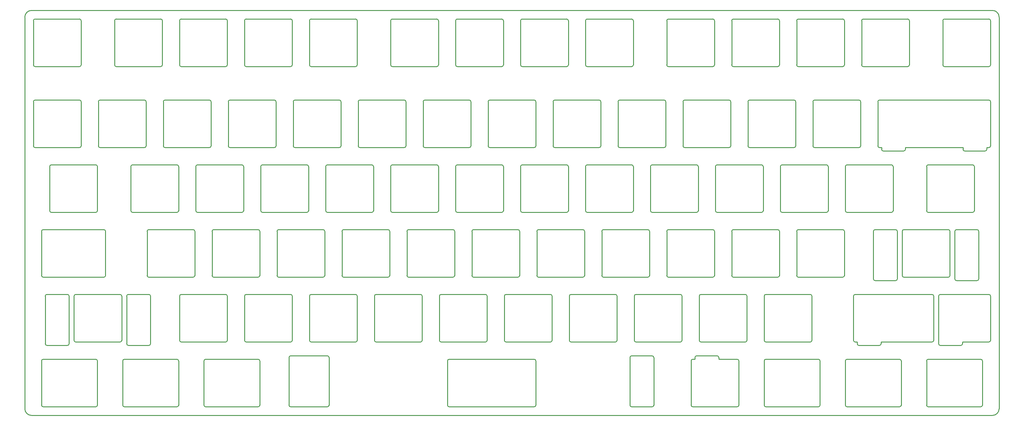
<source format=gm1>
G04 #@! TF.GenerationSoftware,KiCad,Pcbnew,(5.1.4)-1*
G04 #@! TF.CreationDate,2021-11-15T23:14:35+08:00*
G04 #@! TF.ProjectId,bakeneko70-plate,62616b65-6e65-46b6-9f37-302d706c6174,rev?*
G04 #@! TF.SameCoordinates,Original*
G04 #@! TF.FileFunction,Profile,NP*
%FSLAX46Y46*%
G04 Gerber Fmt 4.6, Leading zero omitted, Abs format (unit mm)*
G04 Created by KiCad (PCBNEW (5.1.4)-1) date 2021-11-15 23:14:35*
%MOMM*%
%LPD*%
G04 APERTURE LIST*
%ADD10C,0.250000*%
G04 APERTURE END LIST*
D10*
X104130001Y-65928500D02*
X104130000Y-78928500D01*
X103630001Y-65428500D02*
G75*
G02X104130001Y-65928500I0J-500000D01*
G01*
X90630000Y-65428500D02*
X103630001Y-65428500D01*
X90130000Y-65928500D02*
G75*
G02X90630000Y-65428500I500000J0D01*
G01*
X90130000Y-78928500D02*
X90130001Y-65928500D01*
X90629999Y-79428501D02*
G75*
G02X90130000Y-78928500I1J500000D01*
G01*
X103630001Y-79428500D02*
X90630000Y-79428501D01*
X104129999Y-78928500D02*
G75*
G02X103630001Y-79428500I-499999J-1D01*
G01*
X147780000Y-79428500D02*
G75*
G02X147280000Y-78928500I0J500000D01*
G01*
X147280000Y-65928500D02*
X147280000Y-78928500D01*
X147280000Y-65928500D02*
G75*
G02X147780000Y-65428500I500000J0D01*
G01*
X160780000Y-65428500D02*
X147780000Y-65428500D01*
X160780000Y-65428500D02*
G75*
G02X161280000Y-65928500I0J-500000D01*
G01*
X161280000Y-78928500D02*
X161280000Y-65928500D01*
X161280000Y-78928500D02*
G75*
G02X160780000Y-79428500I-500000J0D01*
G01*
X147780000Y-79428500D02*
X160780000Y-79428500D01*
X141730000Y-65428500D02*
G75*
G02X142230000Y-65928500I0J-500000D01*
G01*
X142230000Y-78928500D02*
X142230000Y-65928500D01*
X142230000Y-78928500D02*
G75*
G02X141730000Y-79428500I-500000J0D01*
G01*
X128730001Y-79428501D02*
X141730000Y-79428500D01*
X128729999Y-79428501D02*
G75*
G02X128230000Y-78928500I1J500000D01*
G01*
X128230001Y-65928500D02*
X128230000Y-78928500D01*
X128230001Y-65928500D02*
G75*
G02X128730001Y-65428500I500000J0D01*
G01*
X141730000Y-65428500D02*
X128730001Y-65428500D01*
X266342499Y-65928499D02*
G75*
G02X266842500Y-65428500I500000J-1D01*
G01*
X279842500Y-65428500D02*
X266842500Y-65428500D01*
X279842500Y-65428500D02*
G75*
G02X280342500Y-65928500I0J-500000D01*
G01*
X280342500Y-78928500D02*
X280342500Y-65928500D01*
X280342499Y-78928501D02*
G75*
G02X279842500Y-79428500I-499999J0D01*
G01*
X266842500Y-79428500D02*
X279842500Y-79428500D01*
X266842499Y-79428500D02*
G75*
G02X266342499Y-78928500I0J500000D01*
G01*
X266342499Y-65928500D02*
X266342499Y-78928500D01*
X185880000Y-65428500D02*
X198880000Y-65428500D01*
X185380000Y-65928500D02*
G75*
G02X185880000Y-65428500I500000J0D01*
G01*
X185380000Y-78928500D02*
X185380000Y-65928500D01*
X185879999Y-79428501D02*
G75*
G02X185380000Y-78928500I1J500000D01*
G01*
X198880000Y-79428500D02*
X185880000Y-79428501D01*
X199380000Y-78928500D02*
G75*
G02X198880000Y-79428500I-500000J0D01*
G01*
X199380000Y-65928500D02*
X199380000Y-78928500D01*
X198880000Y-65428500D02*
G75*
G02X199380000Y-65928500I0J-500000D01*
G01*
X185092500Y-84978500D02*
X185092500Y-97978499D01*
X184592500Y-84478500D02*
G75*
G02X185092500Y-84978500I0J-500000D01*
G01*
X171592500Y-84478500D02*
X184592500Y-84478500D01*
X171092500Y-84978500D02*
G75*
G02X171592500Y-84478500I500000J0D01*
G01*
X171092500Y-97978499D02*
X171092500Y-84978500D01*
X171592500Y-98478499D02*
G75*
G02X171092500Y-97978499I0J500000D01*
G01*
X184592500Y-98478499D02*
X171592500Y-98478499D01*
X185092500Y-97978499D02*
G75*
G02X184592500Y-98478499I-500000J0D01*
G01*
X179829999Y-65428500D02*
G75*
G02X180329999Y-65928500I0J-500000D01*
G01*
X180329999Y-78928500D02*
X180329999Y-65928500D01*
X180329999Y-78928500D02*
G75*
G02X179829999Y-79428500I-500000J0D01*
G01*
X166830000Y-79428500D02*
X179829999Y-79428500D01*
X166830000Y-79428500D02*
G75*
G02X166330000Y-78928500I0J500000D01*
G01*
X166330000Y-65928500D02*
X166330000Y-78928500D01*
X166330000Y-65928500D02*
G75*
G02X166830000Y-65428500I500000J0D01*
G01*
X179829999Y-65428500D02*
X166830000Y-65428500D01*
X37742500Y-84978500D02*
G75*
G02X38242500Y-84478500I500000J0D01*
G01*
X51242501Y-84478500D02*
X38242500Y-84478500D01*
X51242500Y-84478500D02*
G75*
G02X51742500Y-84978500I0J-500000D01*
G01*
X51742501Y-97978499D02*
X51742500Y-84978500D01*
X51742500Y-97978499D02*
G75*
G02X51242500Y-98478499I-500000J0D01*
G01*
X38242500Y-98478499D02*
X51242500Y-98478499D01*
X38242500Y-98478499D02*
G75*
G02X37742500Y-97978499I0J500000D01*
G01*
X37742500Y-84978500D02*
X37742500Y-97978499D01*
X252555000Y-46378500D02*
X284605000Y-46378500D01*
X252055000Y-46878500D02*
G75*
G02X252555000Y-46378500I500000J0D01*
G01*
X252055000Y-59878500D02*
X252055000Y-46878500D01*
X252555000Y-60378500D02*
G75*
G02X252055000Y-59878500I0J500000D01*
G01*
X253142000Y-60378500D02*
X252555000Y-60378500D01*
X253142000Y-60878500D02*
X253142000Y-60378500D01*
X253642000Y-61378500D02*
G75*
G02X253142000Y-60878500I0J500000D01*
G01*
X259642000Y-61378500D02*
X253642000Y-61378500D01*
X260142000Y-60878500D02*
G75*
G02X259642000Y-61378500I-500000J0D01*
G01*
X260142000Y-60378500D02*
X260142000Y-60878500D01*
X277018000Y-60378500D02*
X260142000Y-60378500D01*
X277018000Y-60878500D02*
X277018000Y-60378500D01*
X277518000Y-61378500D02*
G75*
G02X277018000Y-60878500I0J500000D01*
G01*
X283517999Y-61378500D02*
X277518000Y-61378500D01*
X284017999Y-60878500D02*
G75*
G02X283517999Y-61378500I-500000J0D01*
G01*
X284017999Y-60378500D02*
X284017999Y-60878500D01*
X284605000Y-60378500D02*
X284017999Y-60378500D01*
X285105000Y-59878500D02*
G75*
G02X284605000Y-60378500I-500000J0D01*
G01*
X285105000Y-46878500D02*
X285105000Y-59878500D01*
X284605000Y-46378500D02*
G75*
G02X285105000Y-46878500I0J-500000D01*
G01*
X256530000Y-78928500D02*
G75*
G02X256030000Y-79428500I-500000J0D01*
G01*
X243030000Y-79428500D02*
X256030000Y-79428500D01*
X243030000Y-79428500D02*
G75*
G02X242530000Y-78928500I0J500000D01*
G01*
X242530000Y-65928500D02*
X242530000Y-78928500D01*
X242530000Y-65928500D02*
G75*
G02X243030000Y-65428500I500000J0D01*
G01*
X256030000Y-65428500D02*
X243030000Y-65428500D01*
X256030000Y-65428500D02*
G75*
G02X256530000Y-65928500I0J-500000D01*
G01*
X256530000Y-78928500D02*
X256530000Y-65928500D01*
X237480000Y-65928500D02*
X237480000Y-78928500D01*
X236980000Y-65428500D02*
G75*
G02X237480000Y-65928500I0J-500000D01*
G01*
X223980000Y-65428500D02*
X236980000Y-65428500D01*
X223480000Y-65928500D02*
G75*
G02X223980000Y-65428500I500000J0D01*
G01*
X223480000Y-78928500D02*
X223480000Y-65928500D01*
X223979999Y-79428501D02*
G75*
G02X223480000Y-78928500I1J500000D01*
G01*
X236980000Y-79428500D02*
X223980000Y-79428501D01*
X237480000Y-78928500D02*
G75*
G02X236980000Y-79428500I-500000J0D01*
G01*
X22667501Y-79428500D02*
X9667500Y-79428501D01*
X23167499Y-78928500D02*
G75*
G02X22667501Y-79428500I-499999J-1D01*
G01*
X23167500Y-65928500D02*
X23167500Y-78928500D01*
X22667501Y-65428501D02*
G75*
G02X23167500Y-65928500I0J-499999D01*
G01*
X9667500Y-65428500D02*
X22667500Y-65428500D01*
X9167500Y-65928500D02*
G75*
G02X9667500Y-65428500I500000J0D01*
G01*
X9167500Y-78928500D02*
X9167500Y-65928500D01*
X9667501Y-79428501D02*
G75*
G02X9167500Y-78928500I0J500001D01*
G01*
X85080001Y-78928500D02*
G75*
G02X84580001Y-79428500I-500000J0D01*
G01*
X71580001Y-79428500D02*
X84580001Y-79428500D01*
X71580001Y-79428500D02*
G75*
G02X71080001Y-78928500I0J500000D01*
G01*
X71080001Y-65928500D02*
X71080001Y-78928500D01*
X71080001Y-65928500D02*
G75*
G02X71580001Y-65428500I500000J0D01*
G01*
X84580001Y-65428500D02*
X71580001Y-65428500D01*
X84580001Y-65428500D02*
G75*
G02X85080001Y-65928500I0J-500000D01*
G01*
X85080001Y-78928500D02*
X85080001Y-65928500D01*
X109180000Y-65928499D02*
G75*
G02X109680001Y-65428500I500000J-1D01*
G01*
X122680000Y-65428500D02*
X109680001Y-65428500D01*
X122680000Y-65428499D02*
G75*
G02X123180001Y-65928500I0J-500001D01*
G01*
X123180001Y-78928500D02*
X123180001Y-65928500D01*
X123180001Y-78928501D02*
G75*
G02X122680000Y-79428500I-500000J1D01*
G01*
X109680001Y-79428501D02*
X122680000Y-79428500D01*
X109680001Y-79428501D02*
G75*
G02X109180000Y-78928500I0J500001D01*
G01*
X109180000Y-65928500D02*
X109180000Y-78928500D01*
X204430000Y-78928500D02*
X204430000Y-65928500D01*
X204929999Y-79428501D02*
G75*
G02X204430000Y-78928500I1J500000D01*
G01*
X217930000Y-79428500D02*
X204930000Y-79428501D01*
X218429999Y-78928501D02*
G75*
G02X217930000Y-79428500I-499999J0D01*
G01*
X218430000Y-65928500D02*
X218430000Y-78928500D01*
X217930000Y-65428500D02*
G75*
G02X218430000Y-65928500I0J-500000D01*
G01*
X204930000Y-65428500D02*
X217930000Y-65428500D01*
X204430000Y-65928500D02*
G75*
G02X204930000Y-65428500I500000J0D01*
G01*
X146992500Y-97978499D02*
G75*
G02X146492500Y-98478499I-500000J0D01*
G01*
X133492501Y-98478499D02*
X146492500Y-98478499D01*
X133492501Y-98478499D02*
G75*
G02X132992501Y-97978499I0J500000D01*
G01*
X132992501Y-84978500D02*
X132992501Y-97978499D01*
X132992501Y-84978500D02*
G75*
G02X133492501Y-84478500I500000J0D01*
G01*
X146492500Y-84478500D02*
X133492501Y-84478500D01*
X146492500Y-84478500D02*
G75*
G02X146992500Y-84978500I0J-500000D01*
G01*
X146992500Y-97978499D02*
X146992500Y-84978500D01*
X25548751Y-97978500D02*
G75*
G02X25048750Y-98478499I-500000J1D01*
G01*
X7286250Y-98478499D02*
X25048750Y-98478499D01*
X7286250Y-98478499D02*
G75*
G02X6786250Y-97978499I0J500000D01*
G01*
X6786250Y-84978500D02*
X6786250Y-97978499D01*
X6786250Y-84978500D02*
G75*
G02X7286250Y-84478500I500000J0D01*
G01*
X25048750Y-84478500D02*
X7286250Y-84478500D01*
X25048751Y-84478501D02*
G75*
G02X25548750Y-84978500I0J-499999D01*
G01*
X25548750Y-97978499D02*
X25548750Y-84978500D01*
X166042500Y-97978499D02*
G75*
G02X165542500Y-98478499I-500000J0D01*
G01*
X152542500Y-98478499D02*
X165542500Y-98478499D01*
X152542499Y-98478499D02*
G75*
G02X152042499Y-97978499I0J500000D01*
G01*
X152042499Y-84978500D02*
X152042499Y-97978499D01*
X152042499Y-84978499D02*
G75*
G02X152542500Y-84478500I500000J-1D01*
G01*
X165542500Y-84478500D02*
X152542500Y-84478500D01*
X165542500Y-84478500D02*
G75*
G02X166042500Y-84978500I0J-500000D01*
G01*
X166042500Y-97978499D02*
X166042500Y-84978500D01*
X70792500Y-97978499D02*
G75*
G02X70292500Y-98478499I-500000J0D01*
G01*
X57292501Y-98478499D02*
X70292500Y-98478499D01*
X57292500Y-98478499D02*
G75*
G02X56792500Y-97978499I0J500000D01*
G01*
X56792500Y-84978500D02*
X56792500Y-97978499D01*
X56792500Y-84978500D02*
G75*
G02X57292500Y-84478500I500000J0D01*
G01*
X70292500Y-84478500D02*
X57292500Y-84478500D01*
X70292500Y-84478500D02*
G75*
G02X70792500Y-84978500I0J-500000D01*
G01*
X70792500Y-97978499D02*
X70792500Y-84978500D01*
X79348751Y-122078499D02*
G75*
G02X79848751Y-121578499I500000J0D01*
G01*
X90605000Y-121578499D02*
X79848751Y-121578499D01*
X90605001Y-121578499D02*
G75*
G02X91105001Y-122078499I0J-500000D01*
G01*
X91105001Y-136078499D02*
X91105001Y-122078499D01*
X91105000Y-136078501D02*
G75*
G02X90605000Y-136578499I-499999J1D01*
G01*
X79848751Y-136578499D02*
X90605000Y-136578499D01*
X79848750Y-136578499D02*
G75*
G02X79348750Y-136078499I0J500000D01*
G01*
X79348750Y-122078499D02*
X79348750Y-136078499D01*
X243030000Y-136578499D02*
G75*
G02X242530000Y-136078499I0J500000D01*
G01*
X242530000Y-123078499D02*
X242530000Y-136078499D01*
X242530000Y-123078499D02*
G75*
G02X243030000Y-122578499I500000J0D01*
G01*
X258411250Y-122578499D02*
X243030000Y-122578499D01*
X258411250Y-122578499D02*
G75*
G02X258911250Y-123078499I0J-500000D01*
G01*
X258911250Y-136078499D02*
X258911250Y-123078499D01*
X258911250Y-136078499D02*
G75*
G02X258411250Y-136578499I-500000J0D01*
G01*
X243030000Y-136578499D02*
X258411250Y-136578499D01*
X14373250Y-103528500D02*
G75*
G02X14873251Y-104028499I1J-500000D01*
G01*
X14873250Y-118028499D02*
X14873251Y-104028499D01*
X14873250Y-118028499D02*
G75*
G02X14373250Y-118528499I-500000J0D01*
G01*
X8373251Y-118528499D02*
X14373250Y-118528499D01*
X8373251Y-118528500D02*
G75*
G02X7873250Y-118028499I0J500001D01*
G01*
X7873250Y-104028499D02*
X7873250Y-118028499D01*
X7873250Y-104028500D02*
G75*
G02X8373251Y-103528499I500001J0D01*
G01*
X14373250Y-103528499D02*
X8373251Y-103528499D01*
X282223750Y-136578499D02*
X266842500Y-136578500D01*
X282723750Y-136078499D02*
G75*
G02X282223750Y-136578499I-500000J0D01*
G01*
X282723750Y-123078499D02*
X282723750Y-136078499D01*
X282223750Y-122578499D02*
G75*
G02X282723750Y-123078499I0J-500000D01*
G01*
X266842500Y-122578499D02*
X282223750Y-122578499D01*
X266342498Y-123078499D02*
G75*
G02X266842500Y-122578499I500001J-1D01*
G01*
X266342499Y-136078499D02*
X266342499Y-123078499D01*
X266842499Y-136578499D02*
G75*
G02X266342499Y-136078499I0J500000D01*
G01*
X136967501Y-117528500D02*
X123967501Y-117528500D01*
X137467502Y-117028499D02*
G75*
G02X136967501Y-117528500I-500001J0D01*
G01*
X137467501Y-104028499D02*
X137467501Y-117028499D01*
X136967501Y-103528499D02*
G75*
G02X137467501Y-104028499I0J-500000D01*
G01*
X123967501Y-103528499D02*
X136967501Y-103528499D01*
X123467501Y-104028499D02*
G75*
G02X123967501Y-103528499I500000J0D01*
G01*
X123467501Y-117028499D02*
X123467501Y-104028499D01*
X123967501Y-117528499D02*
G75*
G02X123467501Y-117028499I0J500000D01*
G01*
X104417500Y-117028499D02*
X104417500Y-104028499D01*
X104917500Y-117528499D02*
G75*
G02X104417500Y-117028499I0J500000D01*
G01*
X117917500Y-117528500D02*
X104917501Y-117528499D01*
X118417501Y-117028499D02*
G75*
G02X117917500Y-117528500I-500001J0D01*
G01*
X118417501Y-104028499D02*
X118417501Y-117028499D01*
X117917500Y-103528498D02*
G75*
G02X118417501Y-104028499I0J-500001D01*
G01*
X104917501Y-103528499D02*
X117917500Y-103528499D01*
X104417500Y-104028498D02*
G75*
G02X104917501Y-103528499I500000J-1D01*
G01*
X142517500Y-104028499D02*
G75*
G02X143017500Y-103528499I500000J0D01*
G01*
X156017500Y-103528499D02*
X143017500Y-103528499D01*
X156017500Y-103528499D02*
G75*
G02X156517500Y-104028499I0J-500000D01*
G01*
X156517500Y-117028499D02*
X156517500Y-104028499D01*
X156517501Y-117028499D02*
G75*
G02X156017500Y-117528500I-500001J0D01*
G01*
X143017500Y-117528500D02*
X156017500Y-117528500D01*
X143017500Y-117528499D02*
G75*
G02X142517500Y-117028499I0J500000D01*
G01*
X142517500Y-104028499D02*
X142517500Y-117028499D01*
X85867500Y-103528499D02*
X98867500Y-103528499D01*
X85367500Y-104028499D02*
G75*
G02X85867500Y-103528499I500000J0D01*
G01*
X85367500Y-117028499D02*
X85367500Y-104028499D01*
X85867500Y-117528499D02*
G75*
G02X85367500Y-117028499I0J500000D01*
G01*
X98867500Y-117528500D02*
X85867500Y-117528499D01*
X99367502Y-117028500D02*
G75*
G02X98867500Y-117528500I-500001J1D01*
G01*
X99367501Y-104028499D02*
X99367501Y-117028499D01*
X98867501Y-103528499D02*
G75*
G02X99367501Y-104028499I0J-500000D01*
G01*
X47267500Y-117028499D02*
X47267500Y-104028499D01*
X47767500Y-117528499D02*
G75*
G02X47267500Y-117028499I0J500000D01*
G01*
X60767500Y-117528500D02*
X47767501Y-117528499D01*
X61267501Y-117028499D02*
G75*
G02X60767500Y-117528500I-500001J0D01*
G01*
X61267500Y-104028499D02*
X61267501Y-117028499D01*
X60767500Y-103528499D02*
G75*
G02X61267500Y-104028499I0J-500000D01*
G01*
X47767500Y-103528499D02*
X60767501Y-103528499D01*
X47267500Y-104028501D02*
G75*
G02X47767500Y-103528499I500001J1D01*
G01*
X31749250Y-104028499D02*
G75*
G02X32249250Y-103528499I500000J0D01*
G01*
X38249251Y-103528499D02*
X32249250Y-103528499D01*
X38249250Y-103528499D02*
G75*
G02X38749250Y-104028499I0J-500000D01*
G01*
X38749251Y-118028499D02*
X38749250Y-104028499D01*
X38749250Y-118028499D02*
G75*
G02X38249250Y-118528499I-500000J0D01*
G01*
X32249250Y-118528499D02*
X38249250Y-118528499D01*
X32249249Y-118528500D02*
G75*
G02X31749250Y-118028499I1J500000D01*
G01*
X31749250Y-104028499D02*
X31749250Y-118028499D01*
X66817499Y-117528500D02*
G75*
G02X66317500Y-117028499I1J500000D01*
G01*
X66317500Y-104028499D02*
X66317500Y-117028499D01*
X66317500Y-104028499D02*
G75*
G02X66817500Y-103528499I500000J0D01*
G01*
X79817500Y-103528499D02*
X66817500Y-103528499D01*
X79817501Y-103528499D02*
G75*
G02X80317501Y-104028499I0J-500000D01*
G01*
X80317501Y-117028499D02*
X80317501Y-104028499D01*
X80317502Y-117028500D02*
G75*
G02X79817500Y-117528500I-500001J1D01*
G01*
X66817500Y-117528500D02*
X79817500Y-117528500D01*
X200167499Y-103528499D02*
X213167500Y-103528499D01*
X199667499Y-104028499D02*
G75*
G02X200167499Y-103528499I500000J0D01*
G01*
X199667499Y-117028499D02*
X199667499Y-104028499D01*
X200167499Y-117528499D02*
G75*
G02X199667499Y-117028499I0J500000D01*
G01*
X213167500Y-117528500D02*
X200167499Y-117528499D01*
X213667501Y-117028499D02*
G75*
G02X213167500Y-117528500I-500001J0D01*
G01*
X213667500Y-104028499D02*
X213667500Y-117028499D01*
X213167500Y-103528499D02*
G75*
G02X213667500Y-104028499I0J-500000D01*
G01*
X161567500Y-117028499D02*
X161567500Y-104028499D01*
X162067500Y-117528499D02*
G75*
G02X161567500Y-117028499I0J500000D01*
G01*
X175067500Y-117528500D02*
X162067500Y-117528499D01*
X175567501Y-117028499D02*
G75*
G02X175067500Y-117528500I-500001J0D01*
G01*
X175567500Y-104028499D02*
X175567500Y-117028499D01*
X175067500Y-103528499D02*
G75*
G02X175567500Y-104028499I0J-500000D01*
G01*
X162067500Y-103528499D02*
X175067500Y-103528499D01*
X161567500Y-104028499D02*
G75*
G02X162067500Y-103528499I500000J0D01*
G01*
X70292500Y-122578499D02*
G75*
G02X70792500Y-123078499I0J-500000D01*
G01*
X70792500Y-136078499D02*
X70792500Y-123078499D01*
X70792500Y-136078501D02*
G75*
G02X70292500Y-136578499I-499999J1D01*
G01*
X54911250Y-136578499D02*
X70292500Y-136578499D01*
X54911249Y-136578500D02*
G75*
G02X54411250Y-136078499I1J500000D01*
G01*
X54411250Y-123078499D02*
X54411250Y-136078499D01*
X54411250Y-123078501D02*
G75*
G02X54911250Y-122578499I500001J1D01*
G01*
X70292500Y-122578499D02*
X54911250Y-122578499D01*
X232717500Y-104028499D02*
X232717500Y-117028499D01*
X232217500Y-103528499D02*
G75*
G02X232717500Y-104028499I0J-500000D01*
G01*
X219217500Y-103528499D02*
X232217500Y-103528499D01*
X218717500Y-104028499D02*
G75*
G02X219217500Y-103528499I500000J0D01*
G01*
X218717500Y-117028499D02*
X218717500Y-104028499D01*
X219217500Y-117528499D02*
G75*
G02X218717500Y-117028499I0J500000D01*
G01*
X232217500Y-117528500D02*
X219217500Y-117528499D01*
X232717501Y-117028499D02*
G75*
G02X232217500Y-117528500I-500001J0D01*
G01*
X245411250Y-103528499D02*
X267936250Y-103528499D01*
X244911250Y-104028499D02*
G75*
G02X245411250Y-103528499I500000J0D01*
G01*
X244911250Y-117028499D02*
X244911250Y-104028499D01*
X245411250Y-117528499D02*
G75*
G02X244911250Y-117028499I0J500000D01*
G01*
X245998250Y-117528500D02*
X245411250Y-117528499D01*
X245998250Y-118028499D02*
X245998250Y-117528500D01*
X246498250Y-118528499D02*
G75*
G02X245998250Y-118028499I0J500000D01*
G01*
X252498250Y-118528499D02*
X246498250Y-118528499D01*
X252998250Y-118028499D02*
G75*
G02X252498250Y-118528499I-500000J0D01*
G01*
X252998250Y-117528500D02*
X252998250Y-118028499D01*
X267936250Y-117528500D02*
X252998250Y-117528500D01*
X268436251Y-117028499D02*
G75*
G02X267936250Y-117528500I-500001J0D01*
G01*
X268436250Y-104028499D02*
X268436250Y-117028499D01*
X267936250Y-103528499D02*
G75*
G02X268436250Y-104028499I0J-500000D01*
G01*
X179848750Y-121578499D02*
X185848750Y-121578499D01*
X179348750Y-122078499D02*
G75*
G02X179848750Y-121578499I500000J0D01*
G01*
X179348749Y-136078499D02*
X179348749Y-122078499D01*
X179848749Y-136578499D02*
G75*
G02X179348749Y-136078499I0J500000D01*
G01*
X185848750Y-136578499D02*
X179848750Y-136578500D01*
X186348749Y-136078500D02*
G75*
G02X185848750Y-136578499I-499999J0D01*
G01*
X186348750Y-122078499D02*
X186348750Y-136078499D01*
X185848750Y-121578499D02*
G75*
G02X186348750Y-122078499I0J-500000D01*
G01*
X180617500Y-104028499D02*
G75*
G02X181117500Y-103528499I500000J0D01*
G01*
X194117500Y-103528499D02*
X181117500Y-103528499D01*
X194117500Y-103528499D02*
G75*
G02X194617500Y-104028499I0J-500000D01*
G01*
X194617500Y-117028499D02*
X194617500Y-104028499D01*
X194617501Y-117028499D02*
G75*
G02X194117500Y-117528500I-500001J0D01*
G01*
X181117500Y-117528500D02*
X194117500Y-117528500D01*
X181117500Y-117528499D02*
G75*
G02X180617500Y-117028499I0J500000D01*
G01*
X180617500Y-104028499D02*
X180617500Y-117028499D01*
X31098750Y-136578499D02*
G75*
G02X30598750Y-136078499I0J500000D01*
G01*
X30598750Y-123078499D02*
X30598750Y-136078499D01*
X30598749Y-123078500D02*
G75*
G02X31098750Y-122578499I500001J0D01*
G01*
X46480000Y-122578499D02*
X31098750Y-122578499D01*
X46480000Y-122578499D02*
G75*
G02X46980000Y-123078499I0J-500000D01*
G01*
X46980001Y-136078499D02*
X46980000Y-123078499D01*
X46980000Y-136078499D02*
G75*
G02X46480000Y-136578499I-500000J0D01*
G01*
X31098750Y-136578499D02*
X46480000Y-136578499D01*
X151254998Y-122578499D02*
G75*
G02X151755000Y-123078499I1J-500001D01*
G01*
X151755000Y-136078499D02*
X151755000Y-123078499D01*
X151755000Y-136078500D02*
G75*
G02X151254999Y-136578499I-500000J1D01*
G01*
X126348751Y-136578499D02*
X151254999Y-136578499D01*
X126348750Y-136578499D02*
G75*
G02X125848750Y-136078499I0J500000D01*
G01*
X125848750Y-123078499D02*
X125848750Y-136078499D01*
X125848750Y-123078500D02*
G75*
G02X126348751Y-122578499I500001J0D01*
G01*
X151254999Y-122578499D02*
X126348751Y-122578499D01*
X276874250Y-118028499D02*
G75*
G02X276374250Y-118528499I-500000J0D01*
G01*
X270374250Y-118528499D02*
X276374250Y-118528499D01*
X270374250Y-118528499D02*
G75*
G02X269874250Y-118028499I0J500000D01*
G01*
X269874250Y-104028499D02*
X269874250Y-118028499D01*
X269874250Y-104028499D02*
G75*
G02X270374250Y-103528499I500000J0D01*
G01*
X284605000Y-103528499D02*
X270374250Y-103528499D01*
X284605000Y-103528499D02*
G75*
G02X285105000Y-104028499I0J-500000D01*
G01*
X285105000Y-117028499D02*
X285105000Y-104028499D01*
X285105001Y-117028499D02*
G75*
G02X284605000Y-117528500I-500001J0D01*
G01*
X276874250Y-117528500D02*
X284605000Y-117528500D01*
X276874250Y-118028499D02*
X276874250Y-117528500D01*
X6786250Y-136078499D02*
X6786250Y-123078499D01*
X7286250Y-136578499D02*
G75*
G02X6786250Y-136078499I0J500000D01*
G01*
X22667501Y-136578499D02*
X7286250Y-136578499D01*
X23167500Y-136078498D02*
G75*
G02X22667501Y-136578499I-500000J-1D01*
G01*
X23167500Y-123078499D02*
X23167500Y-136078499D01*
X22667501Y-122578500D02*
G75*
G02X23167500Y-123078499I0J-499999D01*
G01*
X7286250Y-122578499D02*
X22667500Y-122578500D01*
X6786250Y-123078501D02*
G75*
G02X7286250Y-122578499I500001J1D01*
G01*
X114442501Y-98478499D02*
G75*
G02X113942501Y-97978499I0J500000D01*
G01*
X113942501Y-84978500D02*
X113942501Y-97978499D01*
X113942501Y-84978500D02*
G75*
G02X114442501Y-84478500I500000J0D01*
G01*
X127442501Y-84478500D02*
X114442501Y-84478500D01*
X127442501Y-84478500D02*
G75*
G02X127942501Y-84978500I0J-500000D01*
G01*
X127942501Y-97978499D02*
X127942501Y-84978500D01*
X127942501Y-97978499D02*
G75*
G02X127442501Y-98478499I-500000J0D01*
G01*
X114442501Y-98478499D02*
X127442501Y-98478499D01*
X108892501Y-84978500D02*
X108892501Y-97978499D01*
X108392500Y-84478499D02*
G75*
G02X108892501Y-84978500I0J-500001D01*
G01*
X95392500Y-84478500D02*
X108392501Y-84478500D01*
X94892501Y-84978501D02*
G75*
G02X95392500Y-84478500I500000J1D01*
G01*
X94892500Y-97978499D02*
X94892501Y-84978500D01*
X95392500Y-98478499D02*
G75*
G02X94892500Y-97978499I0J500000D01*
G01*
X108392501Y-98478499D02*
X95392500Y-98478499D01*
X108892501Y-97978499D02*
G75*
G02X108392501Y-98478499I-500000J0D01*
G01*
X75842501Y-84978500D02*
G75*
G02X76342501Y-84478500I500000J0D01*
G01*
X89342501Y-84478500D02*
X76342501Y-84478500D01*
X89342501Y-84478500D02*
G75*
G02X89842501Y-84978500I0J-500000D01*
G01*
X89842501Y-97978499D02*
X89842501Y-84978500D01*
X89842501Y-97978499D02*
G75*
G02X89342501Y-98478499I-500000J0D01*
G01*
X76342501Y-98478499D02*
X89342501Y-98478499D01*
X76342501Y-98478499D02*
G75*
G02X75842501Y-97978499I0J500000D01*
G01*
X75842501Y-84978500D02*
X75842501Y-97978499D01*
X272698750Y-98478499D02*
X259698750Y-98478499D01*
X273198750Y-97978499D02*
G75*
G02X272698750Y-98478499I-500000J0D01*
G01*
X273198750Y-84978500D02*
X273198750Y-97978499D01*
X272698749Y-84478501D02*
G75*
G02X273198750Y-84978500I1J-500000D01*
G01*
X259698750Y-84478500D02*
X272698750Y-84478500D01*
X259198750Y-84978500D02*
G75*
G02X259698750Y-84478500I500000J0D01*
G01*
X259198750Y-97978499D02*
X259198750Y-84978500D01*
X259698750Y-98478499D02*
G75*
G02X259198750Y-97978499I0J500000D01*
G01*
X274636750Y-84978500D02*
G75*
G02X275136750Y-84478500I500000J0D01*
G01*
X281136750Y-84478500D02*
X275136750Y-84478500D01*
X281136750Y-84478500D02*
G75*
G02X281636750Y-84978500I0J-500000D01*
G01*
X281636750Y-98978499D02*
X281636750Y-84978500D01*
X281636749Y-98978500D02*
G75*
G02X281136750Y-99478499I-499999J0D01*
G01*
X275136750Y-99478499D02*
X281136750Y-99478499D01*
X275136750Y-99478499D02*
G75*
G02X274636750Y-98978499I0J500000D01*
G01*
X274636750Y-84978500D02*
X274636750Y-98978499D01*
X29811251Y-103528499D02*
G75*
G02X30311251Y-104028499I0J-500000D01*
G01*
X30311251Y-117028499D02*
X30311251Y-104028499D01*
X30311252Y-117028500D02*
G75*
G02X29811250Y-117528500I-500001J1D01*
G01*
X16811250Y-117528500D02*
X29811250Y-117528500D01*
X16811251Y-117528499D02*
G75*
G02X16311251Y-117028499I0J500000D01*
G01*
X16311250Y-104028499D02*
X16311251Y-117028499D01*
X16311250Y-104028501D02*
G75*
G02X16811250Y-103528499I500001J1D01*
G01*
X29811250Y-103528499D02*
X16811250Y-103528499D01*
X250760750Y-98978499D02*
X250760749Y-84978500D01*
X251260750Y-99478499D02*
G75*
G02X250760750Y-98978499I0J500000D01*
G01*
X257260750Y-99478499D02*
X251260750Y-99478500D01*
X257760750Y-98978499D02*
G75*
G02X257260750Y-99478499I-500000J0D01*
G01*
X257760750Y-84978500D02*
X257760750Y-98978499D01*
X257260750Y-84478500D02*
G75*
G02X257760750Y-84978500I0J-500000D01*
G01*
X251260750Y-84478500D02*
X257260750Y-84478500D01*
X250760749Y-84978499D02*
G75*
G02X251260750Y-84478500I500000J-1D01*
G01*
X222692500Y-98478499D02*
X209692500Y-98478499D01*
X223192500Y-97978499D02*
G75*
G02X222692500Y-98478499I-500000J0D01*
G01*
X223192500Y-84978500D02*
X223192499Y-97978499D01*
X222692500Y-84478500D02*
G75*
G02X223192500Y-84978500I0J-500000D01*
G01*
X209692500Y-84478500D02*
X222692500Y-84478500D01*
X209192500Y-84978500D02*
G75*
G02X209692500Y-84478500I500000J0D01*
G01*
X209192499Y-97978499D02*
X209192500Y-84978500D01*
X209692500Y-98478500D02*
G75*
G02X209192499Y-97978499I0J500001D01*
G01*
X190642499Y-84478500D02*
X203642499Y-84478500D01*
X190142499Y-84978500D02*
G75*
G02X190642499Y-84478500I500000J0D01*
G01*
X190142499Y-97978499D02*
X190142499Y-84978500D01*
X190642499Y-98478499D02*
G75*
G02X190142499Y-97978499I0J500000D01*
G01*
X203642499Y-98478499D02*
X190642499Y-98478499D01*
X204142499Y-97978499D02*
G75*
G02X203642499Y-98478499I-500000J0D01*
G01*
X204142500Y-84978500D02*
X204142499Y-97978499D01*
X203642500Y-84478500D02*
G75*
G02X204142500Y-84978500I0J-500000D01*
G01*
X47767500Y-36566000D02*
G75*
G02X47267500Y-36066000I0J500000D01*
G01*
X47267500Y-23066000D02*
X47267500Y-36066000D01*
X47267501Y-23066001D02*
G75*
G02X47767500Y-22566000I500000J1D01*
G01*
X60767501Y-22566000D02*
X47767500Y-22566000D01*
X60767501Y-22566001D02*
G75*
G02X61267500Y-23066000I0J-499999D01*
G01*
X61267501Y-36066000D02*
X61267500Y-23066000D01*
X61267500Y-36065999D02*
G75*
G02X60767501Y-36566000I-500000J-1D01*
G01*
X47767501Y-36566000D02*
X60767501Y-36566000D01*
X228242500Y-97978499D02*
X228242499Y-84978500D01*
X228742500Y-98478499D02*
G75*
G02X228242500Y-97978499I0J500000D01*
G01*
X241742500Y-98478499D02*
X228742500Y-98478499D01*
X242242500Y-97978499D02*
G75*
G02X241742500Y-98478499I-500000J0D01*
G01*
X242242500Y-84978500D02*
X242242500Y-97978499D01*
X241742500Y-84478500D02*
G75*
G02X242242500Y-84978500I0J-500000D01*
G01*
X228742500Y-84478500D02*
X241742500Y-84478500D01*
X228242499Y-84978499D02*
G75*
G02X228742500Y-84478500I500000J-1D01*
G01*
X218717500Y-136078499D02*
X218717499Y-123078499D01*
X219217499Y-136578500D02*
G75*
G02X218717500Y-136078499I1J500000D01*
G01*
X234598750Y-136578499D02*
X219217500Y-136578499D01*
X235098750Y-136078499D02*
G75*
G02X234598750Y-136578499I-500000J0D01*
G01*
X235098750Y-123078499D02*
X235098750Y-136078499D01*
X234598749Y-122578500D02*
G75*
G02X235098750Y-123078499I1J-500000D01*
G01*
X219217500Y-122578499D02*
X234598750Y-122578499D01*
X218717499Y-123078500D02*
G75*
G02X219217500Y-122578499I500001J0D01*
G01*
X109180000Y-23065999D02*
G75*
G02X109680001Y-22566000I500000J-1D01*
G01*
X122680000Y-22566000D02*
X109680001Y-22566000D01*
X122680001Y-22566000D02*
G75*
G02X123180001Y-23066000I0J-500000D01*
G01*
X123180001Y-36066000D02*
X123180001Y-23066000D01*
X123180001Y-36066001D02*
G75*
G02X122680000Y-36566000I-500000J1D01*
G01*
X109680001Y-36566000D02*
X122680000Y-36566000D01*
X109680001Y-36566001D02*
G75*
G02X109180000Y-36066000I0J500001D01*
G01*
X109180000Y-23066000D02*
X109180000Y-36066000D01*
X197286250Y-123078499D02*
G75*
G02X197786250Y-122578499I500000J0D01*
G01*
X198405000Y-122578499D02*
X197786250Y-122578499D01*
X198405000Y-122078499D02*
X198405000Y-122578499D01*
X198405000Y-122078499D02*
G75*
G02X198905000Y-121578499I500000J0D01*
G01*
X204905000Y-121578499D02*
X198905000Y-121578499D01*
X204905000Y-121578499D02*
G75*
G02X205405000Y-122078499I0J-500000D01*
G01*
X205405000Y-122578499D02*
X205405000Y-122078499D01*
X210786250Y-122578499D02*
X205405000Y-122578499D01*
X210786250Y-122578499D02*
G75*
G02X211286250Y-123078499I0J-500000D01*
G01*
X211286250Y-136078499D02*
X211286250Y-123078499D01*
X211286249Y-136078500D02*
G75*
G02X210786250Y-136578499I-499999J0D01*
G01*
X197786250Y-136578499D02*
X210786250Y-136578499D01*
X197786249Y-136578500D02*
G75*
G02X197286250Y-136078499I1J500000D01*
G01*
X197286250Y-123078499D02*
X197286250Y-136078499D01*
X189355000Y-46378501D02*
G75*
G02X189854999Y-46878500I0J-499999D01*
G01*
X189854999Y-59878500D02*
X189854999Y-46878500D01*
X189854999Y-59878500D02*
G75*
G02X189354999Y-60378500I-500000J0D01*
G01*
X176355000Y-60378500D02*
X189354999Y-60378500D01*
X176355000Y-60378500D02*
G75*
G02X175855000Y-59878500I0J500000D01*
G01*
X175855000Y-46878500D02*
X175855000Y-59878500D01*
X175855000Y-46878500D02*
G75*
G02X176355000Y-46378500I500000J0D01*
G01*
X189354999Y-46378500D02*
X176355000Y-46378500D01*
X141730001Y-22566001D02*
G75*
G02X142230000Y-23066000I0J-499999D01*
G01*
X142230000Y-36066000D02*
X142230000Y-23066000D01*
X142230000Y-36066000D02*
G75*
G02X141730000Y-36566000I-500000J0D01*
G01*
X128730001Y-36566000D02*
X141730000Y-36566000D01*
X128730000Y-36566000D02*
G75*
G02X128230000Y-36066000I0J500000D01*
G01*
X128230000Y-23066000D02*
X128230000Y-36066000D01*
X128230000Y-23065999D02*
G75*
G02X128730001Y-22566000I500000J-1D01*
G01*
X141730000Y-22566000D02*
X128730001Y-22566000D01*
X85867500Y-22566000D02*
X98867500Y-22566000D01*
X85367500Y-23066000D02*
G75*
G02X85867500Y-22566000I500000J0D01*
G01*
X85367500Y-36066000D02*
X85367500Y-23066000D01*
X85867500Y-36566000D02*
G75*
G02X85367500Y-36066000I0J500000D01*
G01*
X98867500Y-36566000D02*
X85867500Y-36566000D01*
X99367500Y-36066000D02*
G75*
G02X98867500Y-36566000I-500000J0D01*
G01*
X99367501Y-23066000D02*
X99367500Y-36066000D01*
X98867501Y-22566000D02*
G75*
G02X99367501Y-23066000I0J-500000D01*
G01*
X80317501Y-23066000D02*
X80317501Y-36066000D01*
X79817501Y-22566000D02*
G75*
G02X80317501Y-23066000I0J-500000D01*
G01*
X66817500Y-22566000D02*
X79817500Y-22566000D01*
X66317500Y-23066000D02*
G75*
G02X66817500Y-22566000I500000J0D01*
G01*
X66317500Y-36066000D02*
X66317500Y-23066000D01*
X66817500Y-36566000D02*
G75*
G02X66317500Y-36066000I0J500000D01*
G01*
X79817501Y-36566000D02*
X66817500Y-36566000D01*
X80317501Y-36066000D02*
G75*
G02X79817501Y-36566000I-500000J0D01*
G01*
X147280000Y-23066000D02*
G75*
G02X147780000Y-22566000I500000J0D01*
G01*
X160780000Y-22566000D02*
X147780000Y-22566000D01*
X160780000Y-22566000D02*
G75*
G02X161280000Y-23066000I0J-500000D01*
G01*
X161280000Y-36066000D02*
X161280000Y-23066000D01*
X161280000Y-36066000D02*
G75*
G02X160780000Y-36566000I-500000J0D01*
G01*
X147780000Y-36566000D02*
X160780000Y-36566000D01*
X147780000Y-36566000D02*
G75*
G02X147280000Y-36066000I0J500000D01*
G01*
X147280000Y-23066000D02*
X147280000Y-36066000D01*
X204142499Y-36066000D02*
G75*
G02X203642499Y-36566000I-500000J0D01*
G01*
X190642499Y-36566000D02*
X203642499Y-36566000D01*
X190642499Y-36566000D02*
G75*
G02X190142499Y-36066000I0J500000D01*
G01*
X190142499Y-23066000D02*
X190142499Y-36066000D01*
X190142499Y-23066000D02*
G75*
G02X190642499Y-22566000I500000J0D01*
G01*
X203642499Y-22566000D02*
X190642499Y-22566000D01*
X203642500Y-22566000D02*
G75*
G02X204142500Y-23066000I0J-500000D01*
G01*
X204142500Y-36066000D02*
X204142500Y-23066000D01*
X42217501Y-36066000D02*
G75*
G02X41717501Y-36566000I-500000J0D01*
G01*
X28717500Y-36566000D02*
X41717501Y-36566000D01*
X28717500Y-36566000D02*
G75*
G02X28217500Y-36066000I0J500000D01*
G01*
X28217500Y-23066000D02*
X28217500Y-36066000D01*
X28217500Y-23066000D02*
G75*
G02X28717500Y-22566000I500000J0D01*
G01*
X41717501Y-22566000D02*
X28717500Y-22566000D01*
X41717501Y-22566000D02*
G75*
G02X42217501Y-23066000I0J-500000D01*
G01*
X42217501Y-36066000D02*
X42217501Y-23066000D01*
X17905001Y-60378500D02*
X4905000Y-60378500D01*
X18405000Y-59878499D02*
G75*
G02X17905001Y-60378500I-500000J-1D01*
G01*
X18405001Y-46878500D02*
X18405000Y-59878500D01*
X17904999Y-46378500D02*
G75*
G02X18405001Y-46878500I1J-500001D01*
G01*
X4905000Y-46378500D02*
X17905000Y-46378500D01*
X4405000Y-46878500D02*
G75*
G02X4905000Y-46378500I500000J0D01*
G01*
X4405000Y-59878500D02*
X4405000Y-46878500D01*
X4905000Y-60378500D02*
G75*
G02X4405000Y-59878500I0J500000D01*
G01*
X4905000Y-22566000D02*
X17905001Y-22566000D01*
X4405000Y-23066000D02*
G75*
G02X4905000Y-22566000I500000J0D01*
G01*
X4405000Y-36066000D02*
X4405000Y-23066000D01*
X4905000Y-36566000D02*
G75*
G02X4405000Y-36066000I0J500000D01*
G01*
X17905001Y-36566000D02*
X4905000Y-36566000D01*
X18405000Y-36065999D02*
G75*
G02X17905001Y-36566000I-500000J-1D01*
G01*
X18405001Y-23066000D02*
X18405001Y-36066000D01*
X17905000Y-22565999D02*
G75*
G02X18405001Y-23066000I0J-500001D01*
G01*
X166329999Y-23065999D02*
G75*
G02X166830000Y-22566000I500000J-1D01*
G01*
X179829999Y-22566000D02*
X166830000Y-22566000D01*
X179829999Y-22566000D02*
G75*
G02X180329999Y-23066000I0J-500000D01*
G01*
X180329999Y-36066000D02*
X180329999Y-23066000D01*
X180329999Y-36066000D02*
G75*
G02X179829999Y-36566000I-500000J0D01*
G01*
X166830000Y-36566000D02*
X179829999Y-36566000D01*
X166830000Y-36566000D02*
G75*
G02X166330000Y-36066000I0J500000D01*
G01*
X166330000Y-23066000D02*
X166330000Y-36066000D01*
X223192500Y-23066000D02*
X223192500Y-36066000D01*
X222692500Y-22566000D02*
G75*
G02X223192500Y-23066000I0J-500000D01*
G01*
X209692500Y-22566000D02*
X222692500Y-22566000D01*
X209192499Y-23065999D02*
G75*
G02X209692500Y-22566000I500000J-1D01*
G01*
X209192499Y-36066000D02*
X209192500Y-23066000D01*
X209692499Y-36566000D02*
G75*
G02X209192499Y-36066000I0J500000D01*
G01*
X222692500Y-36566000D02*
X209692500Y-36566000D01*
X223192500Y-36066000D02*
G75*
G02X222692500Y-36566000I-500000J0D01*
G01*
X228242500Y-23066000D02*
G75*
G02X228742500Y-22566000I500000J0D01*
G01*
X241742500Y-22566000D02*
X228742500Y-22566000D01*
X241742500Y-22566000D02*
G75*
G02X242242500Y-23066000I0J-500000D01*
G01*
X242242500Y-36066000D02*
X242242500Y-23066000D01*
X242242500Y-36066000D02*
G75*
G02X241742500Y-36566000I-500000J0D01*
G01*
X228742500Y-36566000D02*
X241742500Y-36566000D01*
X228742500Y-36566000D02*
G75*
G02X228242500Y-36066000I0J500000D01*
G01*
X228242500Y-23066000D02*
X228242500Y-36066000D01*
X284605000Y-22566000D02*
G75*
G02X285105000Y-23066000I0J-500000D01*
G01*
X285105000Y-36066000D02*
X285105000Y-23066000D01*
X285105000Y-36066000D02*
G75*
G02X284605000Y-36566000I-500000J0D01*
G01*
X271605000Y-36566000D02*
X284605000Y-36566000D01*
X271605000Y-36566000D02*
G75*
G02X271105000Y-36066000I0J500000D01*
G01*
X271105000Y-23066000D02*
X271105000Y-36066000D01*
X271105000Y-23066000D02*
G75*
G02X271605000Y-22566000I500000J0D01*
G01*
X284605000Y-22566000D02*
X271605000Y-22566000D01*
X247792500Y-36566000D02*
G75*
G02X247292500Y-36066000I0J500000D01*
G01*
X247292500Y-23066000D02*
X247292500Y-36066000D01*
X247292500Y-23066000D02*
G75*
G02X247792500Y-22566000I500000J0D01*
G01*
X260792500Y-22566000D02*
X247792500Y-22566000D01*
X260792500Y-22566000D02*
G75*
G02X261292500Y-23066000I0J-500000D01*
G01*
X261292500Y-36066000D02*
X261292500Y-23066000D01*
X261292500Y-36066000D02*
G75*
G02X260792500Y-36566000I-500000J0D01*
G01*
X247792500Y-36566000D02*
X260792500Y-36566000D01*
X42505000Y-59878500D02*
X42505000Y-46878500D01*
X43005000Y-60378500D02*
G75*
G02X42505000Y-59878500I0J500000D01*
G01*
X56005000Y-60378500D02*
X43005000Y-60378500D01*
X56505000Y-59878500D02*
G75*
G02X56005000Y-60378500I-500000J0D01*
G01*
X56505000Y-46878500D02*
X56505000Y-59878500D01*
X56005000Y-46378500D02*
G75*
G02X56505000Y-46878500I0J-500000D01*
G01*
X43005000Y-46378500D02*
X56005000Y-46378500D01*
X42505000Y-46878500D02*
G75*
G02X43005000Y-46378500I500000J0D01*
G01*
X137755001Y-59878500D02*
X137755001Y-46878500D01*
X138255001Y-60378500D02*
G75*
G02X137755001Y-59878500I0J500000D01*
G01*
X151254999Y-60378500D02*
X138255001Y-60378500D01*
X151755000Y-59878501D02*
G75*
G02X151254999Y-60378500I-500000J1D01*
G01*
X151755000Y-46878500D02*
X151755000Y-59878500D01*
X151255000Y-46378500D02*
G75*
G02X151755000Y-46878500I0J-500000D01*
G01*
X138255001Y-46378500D02*
X151254999Y-46378500D01*
X137755001Y-46878500D02*
G75*
G02X138255001Y-46378500I500000J0D01*
G01*
X81105000Y-60378500D02*
G75*
G02X80605000Y-59878500I0J500000D01*
G01*
X80605000Y-46878500D02*
X80605000Y-59878500D01*
X80605000Y-46878500D02*
G75*
G02X81105000Y-46378500I500000J0D01*
G01*
X94105000Y-46378500D02*
X81105000Y-46378500D01*
X94105001Y-46378500D02*
G75*
G02X94605001Y-46878500I0J-500000D01*
G01*
X94605001Y-59878500D02*
X94605001Y-46878500D01*
X94605000Y-59878500D02*
G75*
G02X94105000Y-60378500I-500000J0D01*
G01*
X81105000Y-60378500D02*
X94105000Y-60378500D01*
X65530000Y-65428500D02*
G75*
G02X66030000Y-65928500I0J-500000D01*
G01*
X66030000Y-78928500D02*
X66030000Y-65928500D01*
X66029999Y-78928501D02*
G75*
G02X65530000Y-79428500I-499999J0D01*
G01*
X52530001Y-79428500D02*
X65530000Y-79428500D01*
X52530001Y-79428500D02*
G75*
G02X52030001Y-78928500I0J500000D01*
G01*
X52030001Y-65928500D02*
X52030001Y-78928500D01*
X52030000Y-65928499D02*
G75*
G02X52530001Y-65428500I500000J-1D01*
G01*
X65530000Y-65428500D02*
X52530001Y-65428500D01*
X113655001Y-46878500D02*
X113655001Y-59878500D01*
X113155001Y-46378500D02*
G75*
G02X113655001Y-46878500I0J-500000D01*
G01*
X100155001Y-46378500D02*
X113155001Y-46378500D01*
X99655000Y-46878499D02*
G75*
G02X100155001Y-46378500I500000J-1D01*
G01*
X99655000Y-59878500D02*
X99655001Y-46878500D01*
X100155000Y-60378500D02*
G75*
G02X99655000Y-59878500I0J500000D01*
G01*
X113155001Y-60378500D02*
X100155001Y-60378500D01*
X113655001Y-59878500D02*
G75*
G02X113155001Y-60378500I-500000J0D01*
G01*
X170805000Y-46878500D02*
X170805000Y-59878500D01*
X170305000Y-46378500D02*
G75*
G02X170805000Y-46878500I0J-500000D01*
G01*
X157305000Y-46378500D02*
X170305000Y-46378500D01*
X156805000Y-46878500D02*
G75*
G02X157305000Y-46378500I500000J0D01*
G01*
X156805000Y-59878500D02*
X156805000Y-46878500D01*
X157305000Y-60378500D02*
G75*
G02X156805000Y-59878500I0J500000D01*
G01*
X170305000Y-60378500D02*
X157305000Y-60378500D01*
X170805000Y-59878500D02*
G75*
G02X170305000Y-60378500I-500000J0D01*
G01*
X23955000Y-46378500D02*
X36955000Y-46378500D01*
X23455000Y-46878500D02*
G75*
G02X23955000Y-46378500I500000J0D01*
G01*
X23455000Y-59878500D02*
X23455000Y-46878500D01*
X23955000Y-60378500D02*
G75*
G02X23455000Y-59878500I0J500000D01*
G01*
X36955000Y-60378500D02*
X23955000Y-60378500D01*
X37455001Y-59878501D02*
G75*
G02X36955000Y-60378500I-500000J1D01*
G01*
X37455001Y-46878500D02*
X37455001Y-59878500D01*
X36955001Y-46378500D02*
G75*
G02X37455001Y-46878500I0J-500000D01*
G01*
X118705001Y-59878500D02*
X118705001Y-46878500D01*
X119205001Y-60378500D02*
G75*
G02X118705001Y-59878500I0J500000D01*
G01*
X132205000Y-60378500D02*
X119205001Y-60378500D01*
X132705000Y-59878500D02*
G75*
G02X132205000Y-60378500I-500000J0D01*
G01*
X132705000Y-46878500D02*
X132705000Y-59878500D01*
X132205000Y-46378500D02*
G75*
G02X132705000Y-46878500I0J-500000D01*
G01*
X119205001Y-46378500D02*
X132205000Y-46378500D01*
X118705001Y-46878500D02*
G75*
G02X119205001Y-46378500I500000J0D01*
G01*
X61555000Y-46878500D02*
G75*
G02X62055000Y-46378500I500000J0D01*
G01*
X75055000Y-46378500D02*
X62055000Y-46378500D01*
X75055000Y-46378500D02*
G75*
G02X75555000Y-46878500I0J-500000D01*
G01*
X75555000Y-59878500D02*
X75555000Y-46878500D01*
X75555000Y-59878500D02*
G75*
G02X75055000Y-60378500I-500000J0D01*
G01*
X62055000Y-60378500D02*
X75055000Y-60378500D01*
X62055001Y-60378500D02*
G75*
G02X61555001Y-59878500I0J500000D01*
G01*
X61555001Y-46878500D02*
X61555001Y-59878500D01*
X233505000Y-60378500D02*
G75*
G02X233005000Y-59878500I0J500000D01*
G01*
X233005000Y-46878500D02*
X233005000Y-59878500D01*
X233004999Y-46878499D02*
G75*
G02X233505000Y-46378500I500000J-1D01*
G01*
X246505000Y-46378500D02*
X233505000Y-46378500D01*
X246505000Y-46378500D02*
G75*
G02X247005000Y-46878500I0J-500000D01*
G01*
X247005000Y-59878500D02*
X247005000Y-46878500D01*
X247005000Y-59878500D02*
G75*
G02X246505000Y-60378500I-500000J0D01*
G01*
X233505000Y-60378500D02*
X246505000Y-60378500D01*
X194905000Y-59878500D02*
X194905000Y-46878500D01*
X195405000Y-60378500D02*
G75*
G02X194905000Y-59878500I0J500000D01*
G01*
X208405000Y-60378500D02*
X195405000Y-60378500D01*
X208905000Y-59878500D02*
G75*
G02X208405000Y-60378500I-500000J0D01*
G01*
X208905000Y-46878500D02*
X208905000Y-59878500D01*
X208405000Y-46378500D02*
G75*
G02X208905000Y-46878500I0J-500000D01*
G01*
X195405000Y-46378500D02*
X208405000Y-46378500D01*
X194905000Y-46878500D02*
G75*
G02X195405000Y-46378500I500000J0D01*
G01*
X32980000Y-78928500D02*
X32980000Y-65928500D01*
X33480000Y-79428500D02*
G75*
G02X32980000Y-78928500I0J500000D01*
G01*
X46480000Y-79428500D02*
X33480000Y-79428500D01*
X46979999Y-78928501D02*
G75*
G02X46480000Y-79428500I-499999J0D01*
G01*
X46980000Y-65928500D02*
X46980000Y-78928500D01*
X46480000Y-65428500D02*
G75*
G02X46980000Y-65928500I0J-500000D01*
G01*
X33480000Y-65428500D02*
X46480000Y-65428500D01*
X32980000Y-65928500D02*
G75*
G02X33480000Y-65428500I500000J0D01*
G01*
X213954999Y-46878499D02*
G75*
G02X214455000Y-46378500I500000J-1D01*
G01*
X227455000Y-46378500D02*
X214455000Y-46378500D01*
X227455000Y-46378500D02*
G75*
G02X227955000Y-46878500I0J-500000D01*
G01*
X227955000Y-59878500D02*
X227955000Y-46878500D01*
X227955000Y-59878500D02*
G75*
G02X227455000Y-60378500I-500000J0D01*
G01*
X214455000Y-60378500D02*
X227455000Y-60378500D01*
X214454999Y-60378501D02*
G75*
G02X213955000Y-59878500I1J500000D01*
G01*
X213955000Y-46878500D02*
X213955000Y-59878500D01*
X285630000Y-139103499D02*
X3880000Y-139103499D01*
X287629998Y-137103499D02*
G75*
G02X285630000Y-139103499I-1999999J-1D01*
G01*
X287629999Y-22041000D02*
X287629999Y-137103499D01*
X285629999Y-20041000D02*
G75*
G02X287629999Y-22041000I0J-2000000D01*
G01*
X3880000Y-20041000D02*
X285630000Y-20041000D01*
X1880000Y-22041000D02*
G75*
G02X3880000Y-20041000I2000000J0D01*
G01*
X1880000Y-137103499D02*
X1880000Y-22041000D01*
X3879999Y-139103500D02*
G75*
G02X1880000Y-137103499I1J2000000D01*
G01*
M02*

</source>
